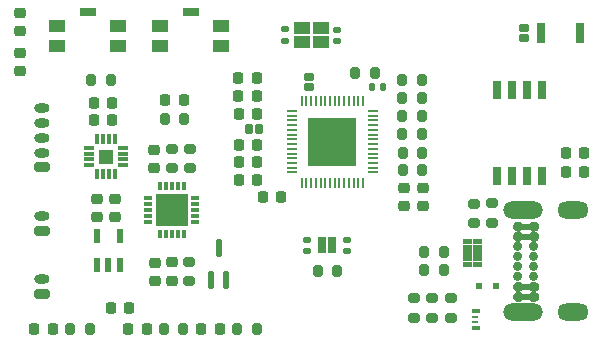
<source format=gbr>
%TF.GenerationSoftware,KiCad,Pcbnew,9.0.2-9.0.2-0~ubuntu22.04.1*%
%TF.CreationDate,2025-07-24T10:37:48-04:00*%
%TF.ProjectId,jarvis,6a617276-6973-42e6-9b69-6361645f7063,rev?*%
%TF.SameCoordinates,Original*%
%TF.FileFunction,Soldermask,Top*%
%TF.FilePolarity,Negative*%
%FSLAX46Y46*%
G04 Gerber Fmt 4.6, Leading zero omitted, Abs format (unit mm)*
G04 Created by KiCad (PCBNEW 9.0.2-9.0.2-0~ubuntu22.04.1) date 2025-07-24 10:37:48*
%MOMM*%
%LPD*%
G01*
G04 APERTURE LIST*
G04 Aperture macros list*
%AMRoundRect*
0 Rectangle with rounded corners*
0 $1 Rounding radius*
0 $2 $3 $4 $5 $6 $7 $8 $9 X,Y pos of 4 corners*
0 Add a 4 corners polygon primitive as box body*
4,1,4,$2,$3,$4,$5,$6,$7,$8,$9,$2,$3,0*
0 Add four circle primitives for the rounded corners*
1,1,$1+$1,$2,$3*
1,1,$1+$1,$4,$5*
1,1,$1+$1,$6,$7*
1,1,$1+$1,$8,$9*
0 Add four rect primitives between the rounded corners*
20,1,$1+$1,$2,$3,$4,$5,0*
20,1,$1+$1,$4,$5,$6,$7,0*
20,1,$1+$1,$6,$7,$8,$9,0*
20,1,$1+$1,$8,$9,$2,$3,0*%
G04 Aperture macros list end*
%ADD10C,0.010000*%
%ADD11C,0.387500*%
%ADD12RoundRect,0.200000X0.450000X-0.200000X0.450000X0.200000X-0.450000X0.200000X-0.450000X-0.200000X0*%
%ADD13O,1.300000X0.800000*%
%ADD14R,0.711200X0.304800*%
%ADD15R,0.508000X0.254000*%
%ADD16RoundRect,0.200000X0.275000X-0.200000X0.275000X0.200000X-0.275000X0.200000X-0.275000X-0.200000X0*%
%ADD17RoundRect,0.218750X-0.218750X-0.256250X0.218750X-0.256250X0.218750X0.256250X-0.218750X0.256250X0*%
%ADD18R,1.450000X1.000000*%
%ADD19R,1.400000X0.650000*%
%ADD20RoundRect,0.200000X-0.200000X-0.275000X0.200000X-0.275000X0.200000X0.275000X-0.200000X0.275000X0*%
%ADD21RoundRect,0.112500X-0.112500X-0.637500X0.112500X-0.637500X0.112500X0.637500X-0.112500X0.637500X0*%
%ADD22RoundRect,0.102000X-0.300000X0.270000X-0.300000X-0.270000X0.300000X-0.270000X0.300000X0.270000X0*%
%ADD23R,0.762000X1.701800*%
%ADD24R,2.800000X2.800000*%
%ADD25R,0.800000X0.300000*%
%ADD26R,0.300000X0.800000*%
%ADD27RoundRect,0.102000X0.260000X-0.235000X0.260000X0.235000X-0.260000X0.235000X-0.260000X-0.235000X0*%
%ADD28RoundRect,0.225000X0.225000X0.250000X-0.225000X0.250000X-0.225000X-0.250000X0.225000X-0.250000X0*%
%ADD29RoundRect,0.225000X-0.225000X-0.250000X0.225000X-0.250000X0.225000X0.250000X-0.225000X0.250000X0*%
%ADD30R,0.300000X0.850000*%
%ADD31R,0.850000X0.300000*%
%ADD32R,1.250000X1.250000*%
%ADD33RoundRect,0.102000X0.300000X-0.270000X0.300000X0.270000X-0.300000X0.270000X-0.300000X-0.270000X0*%
%ADD34RoundRect,0.225000X0.250000X-0.225000X0.250000X0.225000X-0.250000X0.225000X-0.250000X-0.225000X0*%
%ADD35RoundRect,0.102000X0.600000X-0.425000X0.600000X0.425000X-0.600000X0.425000X-0.600000X-0.425000X0*%
%ADD36RoundRect,0.140000X-0.140000X-0.170000X0.140000X-0.170000X0.140000X0.170000X-0.140000X0.170000X0*%
%ADD37RoundRect,0.140000X-0.170000X0.140000X-0.170000X-0.140000X0.170000X-0.140000X0.170000X0.140000X0*%
%ADD38RoundRect,0.200000X-0.275000X0.200000X-0.275000X-0.200000X0.275000X-0.200000X0.275000X0.200000X0*%
%ADD39RoundRect,0.225000X-0.250000X0.225000X-0.250000X-0.225000X0.250000X-0.225000X0.250000X0.225000X0*%
%ADD40RoundRect,0.200000X0.200000X0.275000X-0.200000X0.275000X-0.200000X-0.275000X0.200000X-0.275000X0*%
%ADD41RoundRect,0.102000X-0.270000X-0.300000X0.270000X-0.300000X0.270000X0.300000X-0.270000X0.300000X0*%
%ADD42O,2.652400X1.452400*%
%ADD43O,3.352400X1.452400*%
%ADD44R,0.500000X0.600000*%
%ADD45R,0.600000X1.250000*%
%ADD46R,0.650000X1.650000*%
%ADD47R,0.850000X0.200000*%
%ADD48R,0.200000X0.850000*%
%ADD49R,4.050000X4.050000*%
%ADD50RoundRect,0.140000X0.170000X-0.140000X0.170000X0.140000X-0.170000X0.140000X-0.170000X-0.140000X0*%
G04 APERTURE END LIST*
D10*
%TO.C,U1*%
X172337500Y-121670000D02*
X171632500Y-121670000D01*
X171632500Y-121330000D01*
X172337500Y-121330000D01*
X172337500Y-121670000D01*
G36*
X172337500Y-121670000D02*
G01*
X171632500Y-121670000D01*
X171632500Y-121330000D01*
X172337500Y-121330000D01*
X172337500Y-121670000D01*
G37*
X172337500Y-122170000D02*
X171632500Y-122170000D01*
X171632500Y-121830000D01*
X172337500Y-121830000D01*
X172337500Y-122170000D01*
G36*
X172337500Y-122170000D02*
G01*
X171632500Y-122170000D01*
X171632500Y-121830000D01*
X172337500Y-121830000D01*
X172337500Y-122170000D01*
G37*
X172337500Y-122770000D02*
X171632500Y-122770000D01*
X171632500Y-122230000D01*
X172337500Y-122230000D01*
X172337500Y-122770000D01*
G36*
X172337500Y-122770000D02*
G01*
X171632500Y-122770000D01*
X171632500Y-122230000D01*
X172337500Y-122230000D01*
X172337500Y-122770000D01*
G37*
X172337500Y-123170000D02*
X171632500Y-123170000D01*
X171632500Y-122830000D01*
X172337500Y-122830000D01*
X172337500Y-123170000D01*
G36*
X172337500Y-123170000D02*
G01*
X171632500Y-123170000D01*
X171632500Y-122830000D01*
X172337500Y-122830000D01*
X172337500Y-123170000D01*
G37*
X172337500Y-123670000D02*
X171632500Y-123670000D01*
X171632500Y-123330000D01*
X172337500Y-123330000D01*
X172337500Y-123670000D01*
G36*
X172337500Y-123670000D02*
G01*
X171632500Y-123670000D01*
X171632500Y-123330000D01*
X172337500Y-123330000D01*
X172337500Y-123670000D01*
G37*
X173172500Y-121670000D02*
X172467500Y-121670000D01*
X172467500Y-121330000D01*
X173172500Y-121330000D01*
X173172500Y-121670000D01*
G36*
X173172500Y-121670000D02*
G01*
X172467500Y-121670000D01*
X172467500Y-121330000D01*
X173172500Y-121330000D01*
X173172500Y-121670000D01*
G37*
X173172500Y-122170000D02*
X172467500Y-122170000D01*
X172467500Y-121830000D01*
X173172500Y-121830000D01*
X173172500Y-122170000D01*
G36*
X173172500Y-122170000D02*
G01*
X172467500Y-122170000D01*
X172467500Y-121830000D01*
X173172500Y-121830000D01*
X173172500Y-122170000D01*
G37*
X173172500Y-122770000D02*
X172467500Y-122770000D01*
X172467500Y-122230000D01*
X173172500Y-122230000D01*
X173172500Y-122770000D01*
G36*
X173172500Y-122770000D02*
G01*
X172467500Y-122770000D01*
X172467500Y-122230000D01*
X173172500Y-122230000D01*
X173172500Y-122770000D01*
G37*
X173172500Y-123170000D02*
X172467500Y-123170000D01*
X172467500Y-122830000D01*
X173172500Y-122830000D01*
X173172500Y-123170000D01*
G36*
X173172500Y-123170000D02*
G01*
X172467500Y-123170000D01*
X172467500Y-122830000D01*
X173172500Y-122830000D01*
X173172500Y-123170000D01*
G37*
X173172500Y-123670000D02*
X172467500Y-123670000D01*
X172467500Y-123330000D01*
X173172500Y-123330000D01*
X173172500Y-123670000D01*
G36*
X173172500Y-123670000D02*
G01*
X172467500Y-123670000D01*
X172467500Y-123330000D01*
X173172500Y-123330000D01*
X173172500Y-123670000D01*
G37*
D11*
%TO.C,U2*%
X176463750Y-121980000D02*
G75*
G02*
X176076250Y-121980000I-193750J0D01*
G01*
X176076250Y-121980000D02*
G75*
G02*
X176463750Y-121980000I193750J0D01*
G01*
X176463750Y-122830000D02*
G75*
G02*
X176076250Y-122830000I-193750J0D01*
G01*
X176076250Y-122830000D02*
G75*
G02*
X176463750Y-122830000I193750J0D01*
G01*
X176463750Y-123680000D02*
G75*
G02*
X176076250Y-123680000I-193750J0D01*
G01*
X176076250Y-123680000D02*
G75*
G02*
X176463750Y-123680000I193750J0D01*
G01*
X176463750Y-124530000D02*
G75*
G02*
X176076250Y-124530000I-193750J0D01*
G01*
X176076250Y-124530000D02*
G75*
G02*
X176463750Y-124530000I193750J0D01*
G01*
X177813750Y-121980000D02*
G75*
G02*
X177426250Y-121980000I-193750J0D01*
G01*
X177426250Y-121980000D02*
G75*
G02*
X177813750Y-121980000I193750J0D01*
G01*
X177813750Y-122830000D02*
G75*
G02*
X177426250Y-122830000I-193750J0D01*
G01*
X177426250Y-122830000D02*
G75*
G02*
X177813750Y-122830000I193750J0D01*
G01*
X177813750Y-123680000D02*
G75*
G02*
X177426250Y-123680000I-193750J0D01*
G01*
X177426250Y-123680000D02*
G75*
G02*
X177813750Y-123680000I193750J0D01*
G01*
X177813750Y-124530000D02*
G75*
G02*
X177426250Y-124530000I-193750J0D01*
G01*
X177426250Y-124530000D02*
G75*
G02*
X177813750Y-124530000I193750J0D01*
G01*
D10*
X177698000Y-119900000D02*
X177761000Y-119919000D01*
X177821000Y-119949000D01*
X177874000Y-119988000D01*
X177920000Y-120035000D01*
X177958000Y-120090000D01*
X177985000Y-120150000D01*
X178002000Y-120214000D01*
X178008000Y-120280000D01*
X178002000Y-120346000D01*
X177985000Y-120410000D01*
X177958000Y-120470000D01*
X177920000Y-120525000D01*
X177874000Y-120572000D01*
X177821000Y-120611000D01*
X177761000Y-120641000D01*
X177698000Y-120660000D01*
X177632000Y-120667000D01*
X177566000Y-120664000D01*
X177502000Y-120649000D01*
X177440000Y-120623000D01*
X177385000Y-120588000D01*
X177336000Y-120543000D01*
X177297000Y-120494000D01*
X176593380Y-120493500D01*
X176593000Y-120494000D01*
X176554000Y-120543000D01*
X176505000Y-120588000D01*
X176450000Y-120623000D01*
X176388000Y-120649000D01*
X176324000Y-120664000D01*
X176258000Y-120667000D01*
X176192000Y-120660000D01*
X176129000Y-120641000D01*
X176069000Y-120611000D01*
X176016000Y-120572000D01*
X175970000Y-120525000D01*
X175932000Y-120470000D01*
X175905000Y-120410000D01*
X175888000Y-120346000D01*
X175882000Y-120280000D01*
X175888000Y-120214000D01*
X175905000Y-120150000D01*
X175932000Y-120090000D01*
X175970000Y-120035000D01*
X176016000Y-119988000D01*
X176069000Y-119949000D01*
X176129000Y-119919000D01*
X176192000Y-119900000D01*
X176258000Y-119893000D01*
X176324000Y-119896000D01*
X176388000Y-119911000D01*
X176450000Y-119937000D01*
X176505000Y-119972000D01*
X176554000Y-120017000D01*
X176593000Y-120067000D01*
X177297000Y-120067000D01*
X177336000Y-120017000D01*
X177385000Y-119972000D01*
X177440000Y-119937000D01*
X177502000Y-119911000D01*
X177566000Y-119896000D01*
X177632000Y-119893000D01*
X177698000Y-119900000D01*
G36*
X177698000Y-119900000D02*
G01*
X177761000Y-119919000D01*
X177821000Y-119949000D01*
X177874000Y-119988000D01*
X177920000Y-120035000D01*
X177958000Y-120090000D01*
X177985000Y-120150000D01*
X178002000Y-120214000D01*
X178008000Y-120280000D01*
X178002000Y-120346000D01*
X177985000Y-120410000D01*
X177958000Y-120470000D01*
X177920000Y-120525000D01*
X177874000Y-120572000D01*
X177821000Y-120611000D01*
X177761000Y-120641000D01*
X177698000Y-120660000D01*
X177632000Y-120667000D01*
X177566000Y-120664000D01*
X177502000Y-120649000D01*
X177440000Y-120623000D01*
X177385000Y-120588000D01*
X177336000Y-120543000D01*
X177297000Y-120494000D01*
X176593380Y-120493500D01*
X176593000Y-120494000D01*
X176554000Y-120543000D01*
X176505000Y-120588000D01*
X176450000Y-120623000D01*
X176388000Y-120649000D01*
X176324000Y-120664000D01*
X176258000Y-120667000D01*
X176192000Y-120660000D01*
X176129000Y-120641000D01*
X176069000Y-120611000D01*
X176016000Y-120572000D01*
X175970000Y-120525000D01*
X175932000Y-120470000D01*
X175905000Y-120410000D01*
X175888000Y-120346000D01*
X175882000Y-120280000D01*
X175888000Y-120214000D01*
X175905000Y-120150000D01*
X175932000Y-120090000D01*
X175970000Y-120035000D01*
X176016000Y-119988000D01*
X176069000Y-119949000D01*
X176129000Y-119919000D01*
X176192000Y-119900000D01*
X176258000Y-119893000D01*
X176324000Y-119896000D01*
X176388000Y-119911000D01*
X176450000Y-119937000D01*
X176505000Y-119972000D01*
X176554000Y-120017000D01*
X176593000Y-120067000D01*
X177297000Y-120067000D01*
X177336000Y-120017000D01*
X177385000Y-119972000D01*
X177440000Y-119937000D01*
X177502000Y-119911000D01*
X177566000Y-119896000D01*
X177632000Y-119893000D01*
X177698000Y-119900000D01*
G37*
X177698000Y-125850000D02*
X177761000Y-125869000D01*
X177821000Y-125899000D01*
X177874000Y-125938000D01*
X177920000Y-125985000D01*
X177958000Y-126040000D01*
X177985000Y-126100000D01*
X178002000Y-126164000D01*
X178008000Y-126230000D01*
X178002000Y-126296000D01*
X177985000Y-126360000D01*
X177958000Y-126420000D01*
X177920000Y-126475000D01*
X177874000Y-126522000D01*
X177821000Y-126561000D01*
X177761000Y-126591000D01*
X177698000Y-126610000D01*
X177632000Y-126617000D01*
X177566000Y-126614000D01*
X177502000Y-126599000D01*
X177440000Y-126573000D01*
X177385000Y-126538000D01*
X177336000Y-126493000D01*
X177297000Y-126443000D01*
X176593380Y-126443500D01*
X176593000Y-126443000D01*
X176554000Y-126493000D01*
X176505000Y-126538000D01*
X176450000Y-126573000D01*
X176388000Y-126599000D01*
X176324000Y-126614000D01*
X176258000Y-126617000D01*
X176192000Y-126610000D01*
X176129000Y-126591000D01*
X176069000Y-126561000D01*
X176016000Y-126522000D01*
X175970000Y-126475000D01*
X175932000Y-126420000D01*
X175905000Y-126360000D01*
X175888000Y-126296000D01*
X175882000Y-126230000D01*
X175888000Y-126164000D01*
X175905000Y-126100000D01*
X175932000Y-126040000D01*
X175970000Y-125985000D01*
X176016000Y-125938000D01*
X176069000Y-125899000D01*
X176129000Y-125869000D01*
X176192000Y-125850000D01*
X176258000Y-125843000D01*
X176324000Y-125846000D01*
X176388000Y-125861000D01*
X176450000Y-125887000D01*
X176505000Y-125922000D01*
X176554000Y-125967000D01*
X176593000Y-126016000D01*
X177297000Y-126016000D01*
X177336000Y-125967000D01*
X177385000Y-125922000D01*
X177440000Y-125887000D01*
X177502000Y-125861000D01*
X177566000Y-125846000D01*
X177632000Y-125843000D01*
X177698000Y-125850000D01*
G36*
X177698000Y-125850000D02*
G01*
X177761000Y-125869000D01*
X177821000Y-125899000D01*
X177874000Y-125938000D01*
X177920000Y-125985000D01*
X177958000Y-126040000D01*
X177985000Y-126100000D01*
X178002000Y-126164000D01*
X178008000Y-126230000D01*
X178002000Y-126296000D01*
X177985000Y-126360000D01*
X177958000Y-126420000D01*
X177920000Y-126475000D01*
X177874000Y-126522000D01*
X177821000Y-126561000D01*
X177761000Y-126591000D01*
X177698000Y-126610000D01*
X177632000Y-126617000D01*
X177566000Y-126614000D01*
X177502000Y-126599000D01*
X177440000Y-126573000D01*
X177385000Y-126538000D01*
X177336000Y-126493000D01*
X177297000Y-126443000D01*
X176593380Y-126443500D01*
X176593000Y-126443000D01*
X176554000Y-126493000D01*
X176505000Y-126538000D01*
X176450000Y-126573000D01*
X176388000Y-126599000D01*
X176324000Y-126614000D01*
X176258000Y-126617000D01*
X176192000Y-126610000D01*
X176129000Y-126591000D01*
X176069000Y-126561000D01*
X176016000Y-126522000D01*
X175970000Y-126475000D01*
X175932000Y-126420000D01*
X175905000Y-126360000D01*
X175888000Y-126296000D01*
X175882000Y-126230000D01*
X175888000Y-126164000D01*
X175905000Y-126100000D01*
X175932000Y-126040000D01*
X175970000Y-125985000D01*
X176016000Y-125938000D01*
X176069000Y-125899000D01*
X176129000Y-125869000D01*
X176192000Y-125850000D01*
X176258000Y-125843000D01*
X176324000Y-125846000D01*
X176388000Y-125861000D01*
X176450000Y-125887000D01*
X176505000Y-125922000D01*
X176554000Y-125967000D01*
X176593000Y-126016000D01*
X177297000Y-126016000D01*
X177336000Y-125967000D01*
X177385000Y-125922000D01*
X177440000Y-125887000D01*
X177502000Y-125861000D01*
X177566000Y-125846000D01*
X177632000Y-125843000D01*
X177698000Y-125850000D01*
G37*
X177698000Y-120750000D02*
X177761000Y-120769000D01*
X177821000Y-120799000D01*
X177874000Y-120838000D01*
X177920000Y-120885000D01*
X177958000Y-120940000D01*
X177985000Y-121000000D01*
X178002000Y-121064000D01*
X178008000Y-121130000D01*
X178002000Y-121196000D01*
X177985000Y-121260000D01*
X177958000Y-121320000D01*
X177920000Y-121375000D01*
X177874000Y-121422000D01*
X177821000Y-121461000D01*
X177761000Y-121491000D01*
X177698000Y-121510000D01*
X177632000Y-121517000D01*
X177566000Y-121514000D01*
X177502000Y-121499000D01*
X177440000Y-121473000D01*
X177385000Y-121438000D01*
X177336000Y-121393000D01*
X177297000Y-121344000D01*
X176593000Y-121344000D01*
X176554000Y-121393000D01*
X176505000Y-121438000D01*
X176450000Y-121473000D01*
X176388000Y-121499000D01*
X176324000Y-121514000D01*
X176258000Y-121517000D01*
X176192000Y-121510000D01*
X176129000Y-121491000D01*
X176069000Y-121461000D01*
X176016000Y-121422000D01*
X175970000Y-121375000D01*
X175932000Y-121320000D01*
X175905000Y-121260000D01*
X175888000Y-121196000D01*
X175882000Y-121130000D01*
X175888000Y-121064000D01*
X175905000Y-121000000D01*
X175932000Y-120940000D01*
X175970000Y-120885000D01*
X176016000Y-120838000D01*
X176069000Y-120799000D01*
X176129000Y-120769000D01*
X176192000Y-120750000D01*
X176258000Y-120743000D01*
X176324000Y-120746000D01*
X176388000Y-120761000D01*
X176450000Y-120787000D01*
X176505000Y-120822000D01*
X176554000Y-120867000D01*
X176593000Y-120917000D01*
X177297000Y-120917000D01*
X177296620Y-120916500D01*
X177336000Y-120867000D01*
X177385000Y-120822000D01*
X177440000Y-120787000D01*
X177502000Y-120761000D01*
X177566000Y-120746000D01*
X177632000Y-120743000D01*
X177698000Y-120750000D01*
G36*
X177698000Y-120750000D02*
G01*
X177761000Y-120769000D01*
X177821000Y-120799000D01*
X177874000Y-120838000D01*
X177920000Y-120885000D01*
X177958000Y-120940000D01*
X177985000Y-121000000D01*
X178002000Y-121064000D01*
X178008000Y-121130000D01*
X178002000Y-121196000D01*
X177985000Y-121260000D01*
X177958000Y-121320000D01*
X177920000Y-121375000D01*
X177874000Y-121422000D01*
X177821000Y-121461000D01*
X177761000Y-121491000D01*
X177698000Y-121510000D01*
X177632000Y-121517000D01*
X177566000Y-121514000D01*
X177502000Y-121499000D01*
X177440000Y-121473000D01*
X177385000Y-121438000D01*
X177336000Y-121393000D01*
X177297000Y-121344000D01*
X176593000Y-121344000D01*
X176554000Y-121393000D01*
X176505000Y-121438000D01*
X176450000Y-121473000D01*
X176388000Y-121499000D01*
X176324000Y-121514000D01*
X176258000Y-121517000D01*
X176192000Y-121510000D01*
X176129000Y-121491000D01*
X176069000Y-121461000D01*
X176016000Y-121422000D01*
X175970000Y-121375000D01*
X175932000Y-121320000D01*
X175905000Y-121260000D01*
X175888000Y-121196000D01*
X175882000Y-121130000D01*
X175888000Y-121064000D01*
X175905000Y-121000000D01*
X175932000Y-120940000D01*
X175970000Y-120885000D01*
X176016000Y-120838000D01*
X176069000Y-120799000D01*
X176129000Y-120769000D01*
X176192000Y-120750000D01*
X176258000Y-120743000D01*
X176324000Y-120746000D01*
X176388000Y-120761000D01*
X176450000Y-120787000D01*
X176505000Y-120822000D01*
X176554000Y-120867000D01*
X176593000Y-120917000D01*
X177297000Y-120917000D01*
X177296620Y-120916500D01*
X177336000Y-120867000D01*
X177385000Y-120822000D01*
X177440000Y-120787000D01*
X177502000Y-120761000D01*
X177566000Y-120746000D01*
X177632000Y-120743000D01*
X177698000Y-120750000D01*
G37*
X177698000Y-125000000D02*
X177761000Y-125019000D01*
X177821000Y-125049000D01*
X177874000Y-125088000D01*
X177920000Y-125135000D01*
X177958000Y-125190000D01*
X177985000Y-125250000D01*
X178002000Y-125314000D01*
X178008000Y-125380000D01*
X178002000Y-125446000D01*
X177985000Y-125510000D01*
X177958000Y-125570000D01*
X177920000Y-125625000D01*
X177874000Y-125672000D01*
X177821000Y-125711000D01*
X177761000Y-125741000D01*
X177698000Y-125760000D01*
X177632000Y-125767000D01*
X177566000Y-125764000D01*
X177502000Y-125749000D01*
X177440000Y-125723000D01*
X177385000Y-125688000D01*
X177336000Y-125643000D01*
X177297000Y-125593000D01*
X176593000Y-125593000D01*
X176554000Y-125643000D01*
X176505000Y-125688000D01*
X176450000Y-125723000D01*
X176388000Y-125749000D01*
X176324000Y-125764000D01*
X176258000Y-125767000D01*
X176192000Y-125760000D01*
X176129000Y-125741000D01*
X176069000Y-125711000D01*
X176016000Y-125672000D01*
X175970000Y-125625000D01*
X175932000Y-125570000D01*
X175905000Y-125510000D01*
X175888000Y-125446000D01*
X175882000Y-125380000D01*
X175888000Y-125314000D01*
X175905000Y-125250000D01*
X175932000Y-125190000D01*
X175970000Y-125135000D01*
X176016000Y-125088000D01*
X176069000Y-125049000D01*
X176129000Y-125019000D01*
X176192000Y-125000000D01*
X176258000Y-124993000D01*
X176324000Y-124996000D01*
X176388000Y-125011000D01*
X176450000Y-125037000D01*
X176505000Y-125072000D01*
X176554000Y-125117000D01*
X176593000Y-125166000D01*
X177297000Y-125166000D01*
X177296620Y-125166500D01*
X177336000Y-125117000D01*
X177385000Y-125072000D01*
X177440000Y-125037000D01*
X177502000Y-125011000D01*
X177566000Y-124996000D01*
X177632000Y-124993000D01*
X177698000Y-125000000D01*
G36*
X177698000Y-125000000D02*
G01*
X177761000Y-125019000D01*
X177821000Y-125049000D01*
X177874000Y-125088000D01*
X177920000Y-125135000D01*
X177958000Y-125190000D01*
X177985000Y-125250000D01*
X178002000Y-125314000D01*
X178008000Y-125380000D01*
X178002000Y-125446000D01*
X177985000Y-125510000D01*
X177958000Y-125570000D01*
X177920000Y-125625000D01*
X177874000Y-125672000D01*
X177821000Y-125711000D01*
X177761000Y-125741000D01*
X177698000Y-125760000D01*
X177632000Y-125767000D01*
X177566000Y-125764000D01*
X177502000Y-125749000D01*
X177440000Y-125723000D01*
X177385000Y-125688000D01*
X177336000Y-125643000D01*
X177297000Y-125593000D01*
X176593000Y-125593000D01*
X176554000Y-125643000D01*
X176505000Y-125688000D01*
X176450000Y-125723000D01*
X176388000Y-125749000D01*
X176324000Y-125764000D01*
X176258000Y-125767000D01*
X176192000Y-125760000D01*
X176129000Y-125741000D01*
X176069000Y-125711000D01*
X176016000Y-125672000D01*
X175970000Y-125625000D01*
X175932000Y-125570000D01*
X175905000Y-125510000D01*
X175888000Y-125446000D01*
X175882000Y-125380000D01*
X175888000Y-125314000D01*
X175905000Y-125250000D01*
X175932000Y-125190000D01*
X175970000Y-125135000D01*
X176016000Y-125088000D01*
X176069000Y-125049000D01*
X176129000Y-125019000D01*
X176192000Y-125000000D01*
X176258000Y-124993000D01*
X176324000Y-124996000D01*
X176388000Y-125011000D01*
X176450000Y-125037000D01*
X176505000Y-125072000D01*
X176554000Y-125117000D01*
X176593000Y-125166000D01*
X177297000Y-125166000D01*
X177296620Y-125166500D01*
X177336000Y-125117000D01*
X177385000Y-125072000D01*
X177440000Y-125037000D01*
X177502000Y-125011000D01*
X177566000Y-124996000D01*
X177632000Y-124993000D01*
X177698000Y-125000000D01*
G37*
%TD*%
D12*
%TO.C,J2*%
X136010000Y-115290000D03*
D13*
X136010000Y-114040000D03*
X136010000Y-112790000D03*
X136010000Y-111540000D03*
X136010000Y-110290000D03*
%TD*%
D14*
%TO.C,LED1*%
X172783600Y-128860001D03*
D15*
X172683600Y-128385001D03*
X172683600Y-127934999D03*
D14*
X172783600Y-127459999D03*
%TD*%
D16*
%TO.C,R23*%
X170640000Y-128035000D03*
X170640000Y-126385000D03*
%TD*%
%TO.C,R22*%
X169060000Y-128025000D03*
X169060000Y-126375000D03*
%TD*%
%TO.C,R21*%
X167480000Y-128035000D03*
X167480000Y-126385000D03*
%TD*%
D17*
%TO.C,D5*%
X149482500Y-128980000D03*
X151057500Y-128980000D03*
%TD*%
%TO.C,D4*%
X143282500Y-129000000D03*
X144857500Y-129000000D03*
%TD*%
%TO.C,D3*%
X135352500Y-128970000D03*
X136927500Y-128970000D03*
%TD*%
D18*
%TO.C,S2*%
X142460000Y-103290000D03*
X142460000Y-104990000D03*
X137310000Y-103290000D03*
X137310000Y-104990000D03*
D19*
X139885000Y-102115000D03*
%TD*%
D18*
%TO.C,S1*%
X151160000Y-103300000D03*
X151160000Y-105000000D03*
X146010000Y-103300000D03*
X146010000Y-105000000D03*
D19*
X148585000Y-102125000D03*
%TD*%
D20*
%TO.C,R20*%
X146325000Y-128990000D03*
X147975000Y-128990000D03*
%TD*%
%TO.C,R19*%
X152515000Y-128980000D03*
X154165000Y-128980000D03*
%TD*%
%TO.C,R18*%
X138405000Y-128970000D03*
X140055000Y-128970000D03*
%TD*%
D21*
%TO.C,D2*%
X150300000Y-124820000D03*
X151600000Y-124820000D03*
X150950000Y-122160000D03*
%TD*%
D20*
%TO.C,R17*%
X140165000Y-107860000D03*
X141815000Y-107860000D03*
%TD*%
D22*
%TO.C,L3*%
X176840000Y-103478000D03*
X176840000Y-104342000D03*
%TD*%
D23*
%TO.C,AE1*%
X181596400Y-103930000D03*
X178243600Y-103930000D03*
%TD*%
D24*
%TO.C,IC3*%
X146990000Y-118900000D03*
D25*
X144990000Y-119900000D03*
X144990000Y-119400000D03*
X144990000Y-118900000D03*
X144990000Y-118400000D03*
X144990000Y-117900000D03*
D26*
X145990000Y-116900000D03*
X146490000Y-116900000D03*
X146990000Y-116900000D03*
X147490000Y-116900000D03*
X147990000Y-116900000D03*
D25*
X148990000Y-117900000D03*
X148990000Y-118400000D03*
X148990000Y-118900000D03*
X148990000Y-119400000D03*
X148990000Y-119900000D03*
D26*
X147990000Y-120900000D03*
X147490000Y-120900000D03*
X146990000Y-120900000D03*
X146490000Y-120900000D03*
X145990000Y-120900000D03*
%TD*%
D27*
%TO.C,Y3*%
X159748162Y-121555000D03*
X160568162Y-121555000D03*
X160568162Y-122225000D03*
X159748162Y-122225000D03*
%TD*%
D28*
%TO.C,C26*%
X181890000Y-114090000D03*
X180340000Y-114090000D03*
%TD*%
%TO.C,C4*%
X143395000Y-127210000D03*
X141845000Y-127210000D03*
%TD*%
D29*
%TO.C,C13*%
X152660000Y-114870000D03*
X154210000Y-114870000D03*
%TD*%
D28*
%TO.C,C7*%
X154165000Y-109240000D03*
X152615000Y-109240000D03*
%TD*%
D20*
%TO.C,R9*%
X162535000Y-107310000D03*
X164185000Y-107310000D03*
%TD*%
%TO.C,R15*%
X166555000Y-115560000D03*
X168205000Y-115560000D03*
%TD*%
D30*
%TO.C,IC2*%
X142150000Y-112930000D03*
X141650000Y-112930000D03*
X141150000Y-112930000D03*
X140650000Y-112930000D03*
D31*
X139950000Y-113630000D03*
X139950000Y-114130000D03*
X139950000Y-114630000D03*
X139950000Y-115130000D03*
D30*
X140650000Y-115830000D03*
X141150000Y-115830000D03*
X141650000Y-115830000D03*
X142150000Y-115830000D03*
D31*
X142850000Y-115130000D03*
X142850000Y-114630000D03*
X142850000Y-114130000D03*
X142850000Y-113630000D03*
D32*
X141400000Y-114380000D03*
%TD*%
D20*
%TO.C,R12*%
X166520000Y-109430000D03*
X168170000Y-109430000D03*
%TD*%
D12*
%TO.C,J1*%
X136040000Y-120685000D03*
D13*
X136040000Y-119435000D03*
%TD*%
D12*
%TO.C,J3*%
X136020000Y-125995000D03*
D13*
X136020000Y-124745000D03*
%TD*%
D33*
%TO.C,L1*%
X158590000Y-108502000D03*
X158590000Y-107638000D03*
%TD*%
D34*
%TO.C,C17*%
X168220000Y-118590000D03*
X168220000Y-117040000D03*
%TD*%
D35*
%TO.C,Y2*%
X157998000Y-104690000D03*
X159622000Y-104690000D03*
X159622000Y-103490000D03*
X157998000Y-103490000D03*
%TD*%
D28*
%TO.C,C27*%
X181885000Y-115690000D03*
X180335000Y-115690000D03*
%TD*%
D36*
%TO.C,C18*%
X163910000Y-108500000D03*
X164870000Y-108500000D03*
%TD*%
D37*
%TO.C,C10*%
X161858162Y-121445000D03*
X161858162Y-122405000D03*
%TD*%
D38*
%TO.C,R6*%
X172590000Y-118375000D03*
X172590000Y-120025000D03*
%TD*%
D28*
%TO.C,C24*%
X141945000Y-111320000D03*
X140395000Y-111320000D03*
%TD*%
%TO.C,C15*%
X156235000Y-117830000D03*
X154685000Y-117830000D03*
%TD*%
D39*
%TO.C,C3*%
X146990000Y-123350000D03*
X146990000Y-124900000D03*
%TD*%
D34*
%TO.C,C19*%
X166630000Y-118570000D03*
X166630000Y-117020000D03*
%TD*%
D28*
%TO.C,C25*%
X141970000Y-109830000D03*
X140420000Y-109830000D03*
%TD*%
D40*
%TO.C,R5*%
X170035000Y-122460000D03*
X168385000Y-122460000D03*
%TD*%
D34*
%TO.C,C2*%
X145530000Y-124905000D03*
X145530000Y-123355000D03*
%TD*%
D41*
%TO.C,L2*%
X153503000Y-112070000D03*
X154367000Y-112070000D03*
%TD*%
D39*
%TO.C,C22*%
X134160000Y-105575000D03*
X134160000Y-107125000D03*
%TD*%
D42*
%TO.C,U2*%
X180920000Y-127575000D03*
X180920000Y-118935000D03*
D43*
X176770000Y-127575000D03*
X176770000Y-118935000D03*
%TD*%
D29*
%TO.C,C12*%
X152660000Y-113370000D03*
X154210000Y-113370000D03*
%TD*%
D34*
%TO.C,C23*%
X134140000Y-103765000D03*
X134140000Y-102215000D03*
%TD*%
D16*
%TO.C,R1*%
X148480000Y-124960000D03*
X148480000Y-123310000D03*
%TD*%
D39*
%TO.C,C6*%
X142170000Y-117980000D03*
X142170000Y-119530000D03*
%TD*%
D20*
%TO.C,R7*%
X159348162Y-124080000D03*
X160998162Y-124080000D03*
%TD*%
%TO.C,R11*%
X166520000Y-110970000D03*
X168170000Y-110970000D03*
%TD*%
D34*
%TO.C,C1*%
X145450000Y-115340000D03*
X145450000Y-113790000D03*
%TD*%
D16*
%TO.C,R2*%
X146980000Y-115385000D03*
X146980000Y-113735000D03*
%TD*%
D20*
%TO.C,R8*%
X146400000Y-111170000D03*
X148050000Y-111170000D03*
%TD*%
D28*
%TO.C,C11*%
X154210000Y-110770000D03*
X152660000Y-110770000D03*
%TD*%
D16*
%TO.C,R3*%
X174080000Y-119995000D03*
X174080000Y-118345000D03*
%TD*%
D44*
%TO.C,D1*%
X173030000Y-125380000D03*
X174430000Y-125380000D03*
%TD*%
D28*
%TO.C,C8*%
X154165000Y-107740000D03*
X152615000Y-107740000D03*
%TD*%
D20*
%TO.C,R14*%
X166545000Y-114060000D03*
X168195000Y-114060000D03*
%TD*%
D39*
%TO.C,C5*%
X140620000Y-117980000D03*
X140620000Y-119530000D03*
%TD*%
D37*
%TO.C,C14*%
X156600000Y-103600000D03*
X156600000Y-104560000D03*
%TD*%
D28*
%TO.C,C21*%
X148000000Y-109570000D03*
X146450000Y-109570000D03*
%TD*%
D37*
%TO.C,C16*%
X161010000Y-103670000D03*
X161010000Y-104630000D03*
%TD*%
D40*
%TO.C,R4*%
X170015000Y-123970000D03*
X168365000Y-123970000D03*
%TD*%
D20*
%TO.C,R10*%
X166525000Y-112500000D03*
X168175000Y-112500000D03*
%TD*%
D45*
%TO.C,IC4*%
X140670000Y-123605000D03*
X141620000Y-123605000D03*
X142570000Y-123605000D03*
X142570000Y-121105000D03*
X140670000Y-121105000D03*
%TD*%
D46*
%TO.C,IC5*%
X178325000Y-108790000D03*
X177055000Y-108790000D03*
X175785000Y-108790000D03*
X174515000Y-108790000D03*
X174515000Y-115990000D03*
X175785000Y-115990000D03*
X177055000Y-115990000D03*
X178325000Y-115990000D03*
%TD*%
D47*
%TO.C,IC1*%
X157140000Y-110530000D03*
X157140000Y-110930000D03*
X157140000Y-111330000D03*
X157140000Y-111730000D03*
X157140000Y-112130000D03*
X157140000Y-112530000D03*
X157140000Y-112930000D03*
X157140000Y-113330000D03*
X157140000Y-113730000D03*
X157140000Y-114130000D03*
X157140000Y-114530000D03*
X157140000Y-114930000D03*
X157140000Y-115330000D03*
X157140000Y-115730000D03*
D48*
X157990000Y-116580000D03*
X158390000Y-116580000D03*
X158790000Y-116580000D03*
X159190000Y-116580000D03*
X159590000Y-116580000D03*
X159990000Y-116580000D03*
X160390000Y-116580000D03*
X160790000Y-116580000D03*
X161190000Y-116580000D03*
X161590000Y-116580000D03*
X161990000Y-116580000D03*
X162390000Y-116580000D03*
X162790000Y-116580000D03*
X163190000Y-116580000D03*
D47*
X164040000Y-115730000D03*
X164040000Y-115330000D03*
X164040000Y-114930000D03*
X164040000Y-114530000D03*
X164040000Y-114130000D03*
X164040000Y-113730000D03*
X164040000Y-113330000D03*
X164040000Y-112930000D03*
X164040000Y-112530000D03*
X164040000Y-112130000D03*
X164040000Y-111730000D03*
X164040000Y-111330000D03*
X164040000Y-110930000D03*
X164040000Y-110530000D03*
D48*
X163190000Y-109680000D03*
X162790000Y-109680000D03*
X162390000Y-109680000D03*
X161990000Y-109680000D03*
X161590000Y-109680000D03*
X161190000Y-109680000D03*
X160790000Y-109680000D03*
X160390000Y-109680000D03*
X159990000Y-109680000D03*
X159590000Y-109680000D03*
X159190000Y-109680000D03*
X158790000Y-109680000D03*
X158390000Y-109680000D03*
X157990000Y-109680000D03*
D49*
X160590000Y-113130000D03*
%TD*%
D50*
%TO.C,C9*%
X158458162Y-122395000D03*
X158458162Y-121435000D03*
%TD*%
D20*
%TO.C,R13*%
X166515000Y-107880000D03*
X168165000Y-107880000D03*
%TD*%
D16*
%TO.C,R16*%
X148510000Y-115375000D03*
X148510000Y-113725000D03*
%TD*%
D29*
%TO.C,C20*%
X152660000Y-116370000D03*
X154210000Y-116370000D03*
%TD*%
M02*

</source>
